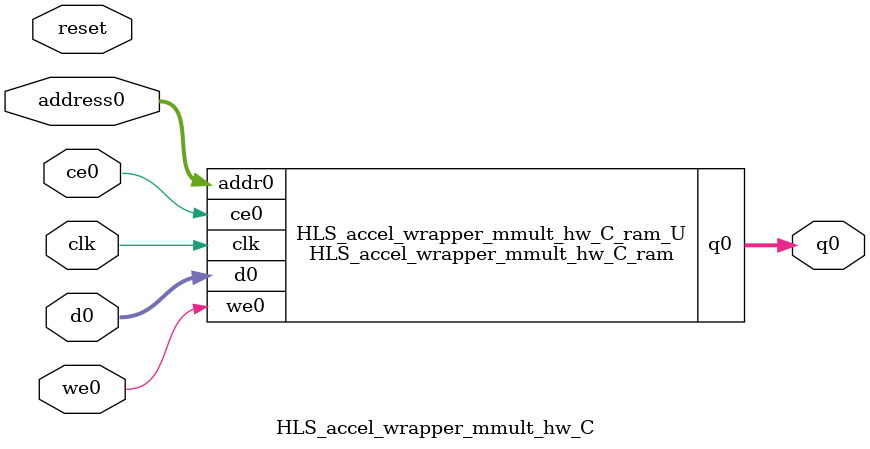
<source format=v>
`timescale 1 ns / 1 ps
module HLS_accel_wrapper_mmult_hw_C_ram (addr0, ce0, d0, we0, q0,  clk);

parameter DWIDTH = 32;
parameter AWIDTH = 5;
parameter MEM_SIZE = 32;

input[AWIDTH-1:0] addr0;
input ce0;
input[DWIDTH-1:0] d0;
input we0;
output reg[DWIDTH-1:0] q0;
input clk;

reg [DWIDTH-1:0] ram[0:MEM_SIZE-1];




always @(posedge clk)  
begin 
    if (ce0) begin
        if (we0) 
            ram[addr0] <= d0; 
        q0 <= ram[addr0];
    end
end


endmodule

`timescale 1 ns / 1 ps
module HLS_accel_wrapper_mmult_hw_C(
    reset,
    clk,
    address0,
    ce0,
    we0,
    d0,
    q0);

parameter DataWidth = 32'd32;
parameter AddressRange = 32'd32;
parameter AddressWidth = 32'd5;
input reset;
input clk;
input[AddressWidth - 1:0] address0;
input ce0;
input we0;
input[DataWidth - 1:0] d0;
output[DataWidth - 1:0] q0;



HLS_accel_wrapper_mmult_hw_C_ram HLS_accel_wrapper_mmult_hw_C_ram_U(
    .clk( clk ),
    .addr0( address0 ),
    .ce0( ce0 ),
    .we0( we0 ),
    .d0( d0 ),
    .q0( q0 ));

endmodule


</source>
